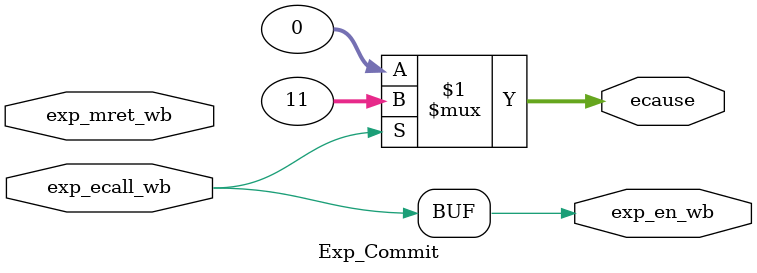
<source format=sv>
`include "./include/config.sv"

module Exp_Commit(
    input  logic [ 0:0] exp_ecall_wb,
    input  logic [ 0:0] exp_mret_wb,
    output logic [ 0:0] exp_en_wb,
    output logic [31:0] ecause
);

    assign exp_en_wb = exp_ecall_wb;
    assign ecause = exp_ecall_wb ? 32'd11: 32'd0;

endmodule

</source>
